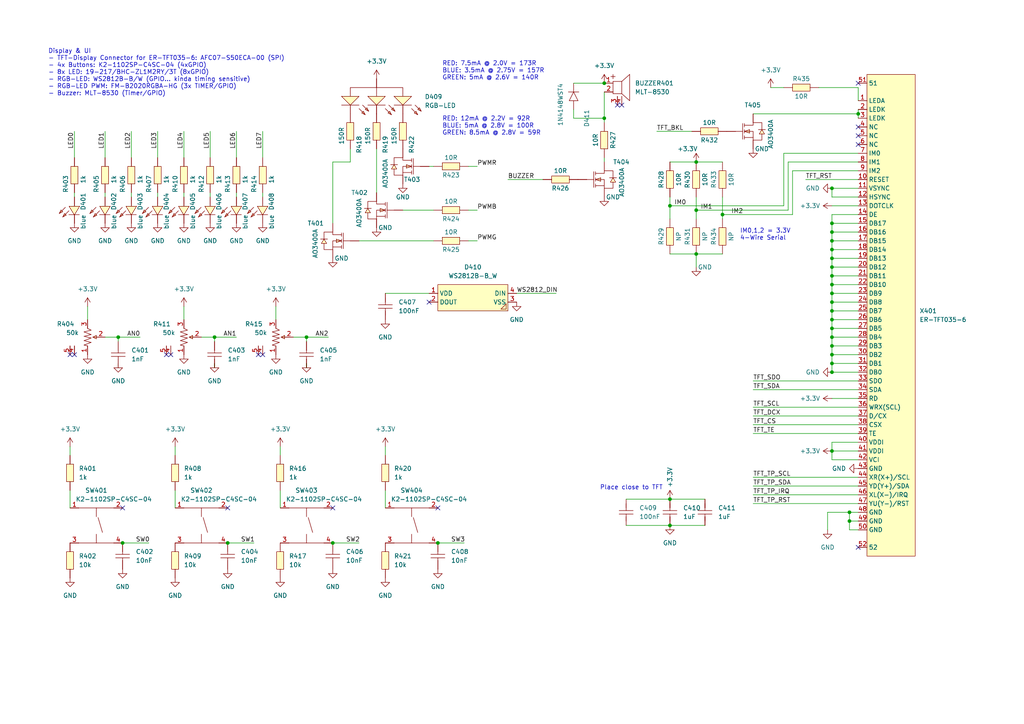
<source format=kicad_sch>
(kicad_sch (version 20211123) (generator eeschema)
  (paper "A4")
  (title_block (title "EduboardV2 Baseboard") (date "2022-06-05") (rev "1") (company "Juventus Technikerschule"))
  (junction (at 241.3 67.31))
  (junction (at 241.3 82.55))
  (junction (at 194.31 59.69))
  (junction (at 241.3 54.61))
  (junction (at 201.93 73.66))
  (junction (at 241.3 74.93))
  (junction (at 241.3 100.33))
  (junction (at 241.3 92.71))
  (junction (at 241.3 87.63))
  (junction (at 241.3 105.41))
  (junction (at 241.3 107.95))
  (junction (at 241.3 102.87))
  (junction (at 194.31 152.4))
  (junction (at 201.93 60.96))
  (junction (at 96.52 157.48))
  (junction (at 175.26 24.13))
  (junction (at 241.3 64.77))
  (junction (at 241.3 80.01))
  (junction (at 241.3 90.17))
  (junction (at 194.31 144.78))
  (junction (at 175.26 34.29))
  (junction (at 241.3 77.47))
  (junction (at 241.3 95.25))
  (junction (at 62.23 97.79))
  (junction (at 209.55 62.23))
  (junction (at 127 157.48))
  (junction (at 201.93 46.99))
  (junction (at 35.56 157.48))
  (junction (at 34.29 97.79))
  (junction (at 241.3 69.85))
  (junction (at 241.3 130.81))
  (junction (at 66.04 157.48))
  (junction (at 241.3 72.39))
  (junction (at 88.9 97.79))
  (junction (at 246.38 148.59))
  (junction (at 246.38 151.13))
  (junction (at 241.3 85.09))
  (junction (at 241.3 97.79))
  (junction (at 248.92 33.02))
  (no_connect (at 248.92 24.13))
  (no_connect (at 248.92 41.91))
  (no_connect (at 248.92 39.37))
  (no_connect (at 248.92 36.83))
  (no_connect (at 179.07 30.48))
  (no_connect (at 180.34 30.48))
  (no_connect (at 124.46 87.63))
  (no_connect (at 248.92 158.75))
  (no_connect (at 66.04 147.32))
  (no_connect (at 74.93 102.87))
  (no_connect (at 76.2 102.87))
  (no_connect (at 48.26 102.87))
  (no_connect (at 49.53 102.87))
  (no_connect (at 96.52 147.32))
  (no_connect (at 127 147.32))
  (no_connect (at 35.56 147.32))
  (no_connect (at 20.32 102.87))
  (no_connect (at 21.59 102.87))
  (wire (pts (xy 241.3 97.79) (xy 241.3 100.33)))
  (wire (pts (xy 175.26 34.29) (xy 175.26 35.56)))
  (wire (pts (xy 30.48 55.88) (xy 30.48 57.15)))
  (wire (pts (xy 218.44 125.73) (xy 248.92 125.73)))
  (wire (pts (xy 241.3 77.47) (xy 241.3 80.01)))
  (wire (pts (xy 248.92 62.23) (xy 241.3 62.23)))
  (wire (pts (xy 124.46 48.26) (xy 125.73 48.26)))
  (wire (pts (xy 111.76 85.09) (xy 124.46 85.09)))
  (wire (pts (xy 241.3 54.61) (xy 248.92 54.61)))
  (wire (pts (xy 223.52 25.4) (xy 227.33 25.4)))
  (wire (pts (xy 109.22 43.18) (xy 109.22 55.88)))
  (wire (pts (xy 229.87 49.53) (xy 229.87 62.23)))
  (wire (pts (xy 241.3 72.39) (xy 241.3 74.93)))
  (wire (pts (xy 62.23 97.79) (xy 68.58 97.79)))
  (wire (pts (xy 229.87 62.23) (xy 209.55 62.23)))
  (wire (pts (xy 30.48 97.79) (xy 34.29 97.79)))
  (wire (pts (xy 116.84 60.96) (xy 125.73 60.96)))
  (wire (pts (xy 85.09 97.79) (xy 88.9 97.79)))
  (wire (pts (xy 246.38 151.13) (xy 246.38 153.67)))
  (wire (pts (xy 81.28 129.54) (xy 81.28 132.08)))
  (wire (pts (xy 241.3 57.15) (xy 241.3 54.61)))
  (wire (pts (xy 194.31 46.99) (xy 201.93 46.99)))
  (wire (pts (xy 111.76 142.24) (xy 111.76 147.32)))
  (wire (pts (xy 53.34 38.1) (xy 53.34 45.72)))
  (wire (pts (xy 81.28 142.24) (xy 81.28 147.32)))
  (wire (pts (xy 201.93 73.66) (xy 201.93 77.47)))
  (wire (pts (xy 218.44 120.65) (xy 248.92 120.65)))
  (wire (pts (xy 248.92 25.4) (xy 248.92 29.21)))
  (wire (pts (xy 175.26 45.72) (xy 175.26 46.99)))
  (wire (pts (xy 218.44 113.03) (xy 248.92 113.03)))
  (wire (pts (xy 241.3 130.81) (xy 248.92 130.81)))
  (wire (pts (xy 241.3 77.47) (xy 248.92 77.47)))
  (wire (pts (xy 241.3 133.35) (xy 241.3 130.81)))
  (wire (pts (xy 241.3 82.55) (xy 241.3 85.09)))
  (wire (pts (xy 147.32 52.07) (xy 157.48 52.07)))
  (wire (pts (xy 241.3 85.09) (xy 241.3 87.63)))
  (wire (pts (xy 209.55 62.23) (xy 209.55 57.15)))
  (wire (pts (xy 175.26 26.67) (xy 175.26 34.29)))
  (wire (pts (xy 30.48 38.1) (xy 30.48 45.72)))
  (wire (pts (xy 218.44 146.05) (xy 248.92 146.05)))
  (wire (pts (xy 135.89 60.96) (xy 138.43 60.96)))
  (wire (pts (xy 248.92 148.59) (xy 246.38 148.59)))
  (wire (pts (xy 241.3 82.55) (xy 248.92 82.55)))
  (wire (pts (xy 241.3 100.33) (xy 241.3 102.87)))
  (wire (pts (xy 218.44 138.43) (xy 248.92 138.43)))
  (wire (pts (xy 248.92 128.27) (xy 241.3 128.27)))
  (wire (pts (xy 38.1 55.88) (xy 38.1 57.15)))
  (wire (pts (xy 45.72 55.88) (xy 45.72 57.15)))
  (wire (pts (xy 209.55 62.23) (xy 209.55 63.5)))
  (wire (pts (xy 218.44 33.02) (xy 248.92 33.02)))
  (wire (pts (xy 241.3 69.85) (xy 241.3 72.39)))
  (wire (pts (xy 88.9 97.79) (xy 95.25 97.79)))
  (wire (pts (xy 181.61 152.4) (xy 194.31 152.4)))
  (wire (pts (xy 241.3 87.63) (xy 241.3 90.17)))
  (wire (pts (xy 218.44 110.49) (xy 248.92 110.49)))
  (wire (pts (xy 60.96 55.88) (xy 60.96 57.15)))
  (wire (pts (xy 241.3 80.01) (xy 241.3 82.55)))
  (wire (pts (xy 248.92 57.15) (xy 241.3 57.15)))
  (wire (pts (xy 241.3 95.25) (xy 241.3 97.79)))
  (wire (pts (xy 248.92 33.02) (xy 248.92 34.29)))
  (wire (pts (xy 62.23 106.68) (xy 62.23 105.41)))
  (wire (pts (xy 228.6 46.99) (xy 248.92 46.99)))
  (wire (pts (xy 194.31 73.66) (xy 201.93 73.66)))
  (wire (pts (xy 240.03 148.59) (xy 240.03 153.67)))
  (wire (pts (xy 166.37 34.29) (xy 175.26 34.29)))
  (wire (pts (xy 68.58 55.88) (xy 68.58 57.15)))
  (wire (pts (xy 194.31 152.4) (xy 204.47 152.4)))
  (wire (pts (xy 50.8 129.54) (xy 50.8 132.08)))
  (wire (pts (xy 248.92 64.77) (xy 241.3 64.77)))
  (wire (pts (xy 241.3 107.95) (xy 248.92 107.95)))
  (wire (pts (xy 20.32 129.54) (xy 20.32 132.08)))
  (wire (pts (xy 96.52 46.99) (xy 101.6 46.99)))
  (wire (pts (xy 62.23 97.79) (xy 62.23 99.06)))
  (wire (pts (xy 218.44 123.19) (xy 248.92 123.19)))
  (wire (pts (xy 248.92 133.35) (xy 241.3 133.35)))
  (wire (pts (xy 248.92 44.45) (xy 227.33 44.45)))
  (wire (pts (xy 76.2 55.88) (xy 76.2 57.15)))
  (wire (pts (xy 241.3 100.33) (xy 248.92 100.33)))
  (wire (pts (xy 21.59 55.88) (xy 21.59 57.15)))
  (wire (pts (xy 248.92 153.67) (xy 246.38 153.67)))
  (wire (pts (xy 241.3 92.71) (xy 241.3 95.25)))
  (wire (pts (xy 246.38 151.13) (xy 246.38 148.59)))
  (wire (pts (xy 218.44 140.97) (xy 248.92 140.97)))
  (wire (pts (xy 127 157.48) (xy 134.62 157.48)))
  (wire (pts (xy 201.93 60.96) (xy 201.93 63.5)))
  (wire (pts (xy 228.6 60.96) (xy 228.6 46.99)))
  (wire (pts (xy 201.93 60.96) (xy 228.6 60.96)))
  (wire (pts (xy 45.72 45.72) (xy 45.72 38.1)))
  (wire (pts (xy 241.3 85.09) (xy 248.92 85.09)))
  (wire (pts (xy 241.3 72.39) (xy 248.92 72.39)))
  (wire (pts (xy 194.31 59.69) (xy 194.31 63.5)))
  (wire (pts (xy 241.3 59.69) (xy 248.92 59.69)))
  (wire (pts (xy 53.34 55.88) (xy 53.34 57.15)))
  (wire (pts (xy 25.4 92.71) (xy 25.4 88.9)))
  (wire (pts (xy 88.9 97.79) (xy 88.9 99.06)))
  (wire (pts (xy 53.34 92.71) (xy 53.34 88.9)))
  (wire (pts (xy 227.33 59.69) (xy 194.31 59.69)))
  (wire (pts (xy 241.3 74.93) (xy 241.3 77.47)))
  (wire (pts (xy 135.89 48.26) (xy 138.43 48.26)))
  (wire (pts (xy 241.3 95.25) (xy 248.92 95.25)))
  (wire (pts (xy 96.52 64.77) (xy 96.52 46.99)))
  (wire (pts (xy 149.86 85.09) (xy 161.29 85.09)))
  (wire (pts (xy 227.33 44.45) (xy 227.33 59.69)))
  (wire (pts (xy 233.68 52.07) (xy 248.92 52.07)))
  (wire (pts (xy 218.44 143.51) (xy 248.92 143.51)))
  (wire (pts (xy 241.3 90.17) (xy 248.92 90.17)))
  (wire (pts (xy 241.3 67.31) (xy 241.3 69.85)))
  (wire (pts (xy 194.31 144.78) (xy 204.47 144.78)))
  (wire (pts (xy 241.3 128.27) (xy 241.3 130.81)))
  (wire (pts (xy 35.56 157.48) (xy 43.18 157.48)))
  (wire (pts (xy 241.3 67.31) (xy 248.92 67.31)))
  (wire (pts (xy 201.93 57.15) (xy 201.93 60.96)))
  (wire (pts (xy 34.29 97.79) (xy 34.29 99.06)))
  (wire (pts (xy 135.89 69.85) (xy 138.43 69.85)))
  (wire (pts (xy 241.3 102.87) (xy 248.92 102.87)))
  (wire (pts (xy 38.1 38.1) (xy 38.1 45.72)))
  (wire (pts (xy 76.2 38.1) (xy 76.2 45.72)))
  (wire (pts (xy 246.38 148.59) (xy 240.03 148.59)))
  (wire (pts (xy 66.04 157.48) (xy 73.66 157.48)))
  (wire (pts (xy 241.3 90.17) (xy 241.3 92.71)))
  (wire (pts (xy 58.42 97.79) (xy 62.23 97.79)))
  (wire (pts (xy 241.3 64.77) (xy 241.3 67.31)))
  (wire (pts (xy 101.6 46.99) (xy 101.6 43.18)))
  (wire (pts (xy 241.3 92.71) (xy 248.92 92.71)))
  (wire (pts (xy 166.37 31.75) (xy 166.37 34.29)))
  (wire (pts (xy 248.92 49.53) (xy 229.87 49.53)))
  (wire (pts (xy 34.29 97.79) (xy 40.64 97.79)))
  (wire (pts (xy 241.3 105.41) (xy 248.92 105.41)))
  (wire (pts (xy 241.3 80.01) (xy 248.92 80.01)))
  (wire (pts (xy 241.3 69.85) (xy 248.92 69.85)))
  (wire (pts (xy 111.76 129.54) (xy 111.76 132.08)))
  (wire (pts (xy 201.93 46.99) (xy 209.55 46.99)))
  (wire (pts (xy 248.92 31.75) (xy 248.92 33.02)))
  (wire (pts (xy 104.14 69.85) (xy 125.73 69.85)))
  (wire (pts (xy 166.37 24.13) (xy 175.26 24.13)))
  (wire (pts (xy 60.96 38.1) (xy 60.96 45.72)))
  (wire (pts (xy 241.3 102.87) (xy 241.3 105.41)))
  (wire (pts (xy 181.61 144.78) (xy 194.31 144.78)))
  (wire (pts (xy 88.9 106.68) (xy 88.9 105.41)))
  (wire (pts (xy 68.58 38.1) (xy 68.58 45.72)))
  (wire (pts (xy 194.31 59.69) (xy 194.31 57.15)))
  (wire (pts (xy 248.92 151.13) (xy 246.38 151.13)))
  (wire (pts (xy 50.8 142.24) (xy 50.8 147.32)))
  (wire (pts (xy 241.3 115.57) (xy 248.92 115.57)))
  (wire (pts (xy 80.01 92.71) (xy 80.01 88.9)))
  (wire (pts (xy 96.52 157.48) (xy 104.14 157.48)))
  (wire (pts (xy 241.3 62.23) (xy 241.3 64.77)))
  (wire (pts (xy 201.93 73.66) (xy 209.55 73.66)))
  (wire (pts (xy 21.59 38.1) (xy 21.59 45.72)))
  (wire (pts (xy 190.5 38.1) (xy 200.66 38.1)))
  (wire (pts (xy 241.3 97.79) (xy 248.92 97.79)))
  (wire (pts (xy 20.32 142.24) (xy 20.32 147.32)))
  (wire (pts (xy 34.29 106.68) (xy 34.29 105.41)))
  (wire (pts (xy 237.49 25.4) (xy 248.92 25.4)))
  (wire (pts (xy 241.3 105.41) (xy 241.3 107.95)))
  (wire (pts (xy 218.44 118.11) (xy 248.92 118.11)))
  (wire (pts (xy 241.3 87.63) (xy 248.92 87.63)))
  (wire (pts (xy 241.3 74.93) (xy 248.92 74.93)))
  (text "Display & UI\n- TFT-Display Connector for ER-TFT035-6: AFC07-S50ECA-00 (SPI)\n- 4x Buttons: K2-1102SP-C4SC-04 (4xGPIO)\n- 8x LED: 19-217/BHC-ZL1M2RY/3T (8xGPIO)\n- RGB-LED: WS2812B-B/W (GPIO... kinda timing sensitive)\n- RGB-LED PWM: FM-B2020RGBA-HG (3x TIMER/GPIO)\n- Buzzer: MLT-8530 (Timer/GPIO)" (at 13.97 27.94 0) (effects (font (size 1.27 1.27)) (justify left bottom)))
  (text "RED: 7.5mA @ 2.0V = 173R\nBLUE: 3.5mA @ 2.75V = 157R\nGREEN: 5mA @ 2.6V = 140R\n\n" (at 128.27 25.4 0) (effects (font (size 1.27 1.27)) (justify left bottom)))
  (text "IM0,1,2 = 3.3V\n4-Wire Serial" (at 214.63 69.85 0) (effects (font (size 1.27 1.27)) (justify left bottom)))
  (text "Place close to TFT\n" (at 173.99 142.24 0) (effects (font (size 1.27 1.27)) (justify left bottom)))
  (text "RED: 12mA @ 2.2V = 92R\nBLUE: 5mA @ 2.8V = 100R\nGREEN: 8.5mA @ 2.8V = 59R\n" (at 128.27 39.37 0) (effects (font (size 1.27 1.27)) (justify left bottom)))
  (label "TFT_SDO" (at 218.44 110.49 0))
  (label "AN2" (at 91.44 97.79 0))
  (label "LED5" (at 60.96 43.18 90))
  (label "LED2" (at 38.1 43.18 90))
  (label "TFT_TP_SCL" (at 218.44 138.43 0))
  (label "TFT_TP_SDA" (at 218.44 140.97 0))
  (label "IM1" (at 203.2 60.96 0))
  (label "PWMB" (at 138.43 60.96 0))
  (label "PWMR" (at 138.43 48.26 0))
  (label "TFT_TP_IRQ" (at 218.44 143.51 0))
  (label "BUZZER" (at 147.32 52.07 0))
  (label "TFT_CS" (at 218.44 123.19 0))
  (label "IM0" (at 195.58 59.69 0))
  (label "WS2812_DIN" (at 149.86 85.09 0))
  (label "TFT_BKL" (at 190.5 38.1 0))
  (label "LED1" (at 30.48 43.18 90))
  (label "LED3" (at 45.72 43.18 90))
  (label "AN1" (at 64.77 97.79 0))
  (label "LED6" (at 68.58 43.18 90))
  (label "TFT_TP_RST" (at 218.44 146.05 0))
  (label "SW1" (at 69.85 157.48 0))
  (label "IM2" (at 212.09 62.23 0))
  (label "SW2" (at 100.33 157.48 0))
  (label "AN0" (at 36.83 97.79 0))
  (label "LED4" (at 53.34 43.18 90))
  (label "TFT_DCX" (at 218.44 120.65 0))
  (label "LED0" (at 21.59 43.18 90))
  (label "TFT_SCL" (at 218.44 118.11 0))
  (label "SW3" (at 130.81 157.48 0))
  (label "LED7" (at 76.2 43.18 90))
  (label "PWMG" (at 138.43 69.85 0))
  (label "TFT_TE" (at 218.44 125.73 0))
  (label "SW0" (at 39.37 157.48 0))
  (label "TFT_SDA" (at 218.44 113.03 0))
  (label "TFT_RST" (at 233.68 52.07 0))
  (symbol (lib_id "eduboardv2:CL05B103KB5NNNC") (at 127 161.29 90) (unit 1)
    (property "Reference" "C408" (at 130.81 160.0199 90) (effects (justify right)))
    (property "Value" "10nF" (at 130.81 162.5599 90) (effects (justify right)))
    (property "Footprint" "C0402" (effects hide))
    (property "Datasheet" "https://lcsc.com/product-detail/Multilayer-Ceramic-Capacitors-MLCC-SMD-SMT_SAMSUNG_CL05B103KB5NNNC_10nF-103-10-50V_C15195.html" (effects hide))
    (property "Manufacturer" "SAMSUNG" (effects hide))
    (property "LCSC Part" "C15195" (effects hide))
    (property "JLC Part" "Basic Part" (effects hide))
    (property "MPN" "CL05B103KB5NNNC" (effects hide))
  )
  (symbol (lib_id "eduboardv2:0402WGF100JTCE") (at 130.81 48.26 0) (unit 1)
    (property "Reference" "R423" (at 130.81 50.8 0))
    (property "Value" "10R" (at 130.81 45.72 0))
    (property "Footprint" "R0402" (effects hide))
    (property "Datasheet" "https://lcsc.com/product-detail/Chip-Resistor-Surface-Mount-UniOhm_10R-10R0-1_C25077.html" (effects hide))
    (property "Manufacturer" "UniOhm" (effects hide))
    (property "LCSC Part" "C25077" (effects hide))
    (property "JLC Part" "Basic Part" (effects hide))
    (property "MPN" "0402WGF100JTCE" (effects hide))
  )
  (symbol (lib_name "GND_26") (lib_id "eduboardv2:GND") (at 109.22 66.04 0) (unit 1)
    (property "Reference" "#PWR0429" (effects hide))
    (property "Value" "GND" (at 111.76 66.04 0))
  )
  (symbol (lib_name "GND_27") (lib_id "eduboardv2:GND") (at 96.52 74.93 0) (unit 1)
    (property "Reference" "#PWR0426" (effects hide))
    (property "Value" "GND" (at 99.06 74.93 0))
  )
  (symbol (lib_id "eduboardv2:0402WGF1500TCE") (at 101.6 38.1 90) (unit 1)
    (property "Reference" "R418" (at 104.14 39.37 0) (effects (justify right)))
    (property "Value" "150R" (at 99.06 36.83 0) (effects (justify right)))
    (property "Footprint" "R0402" (effects hide))
    (property "Datasheet" "https://lcsc.com/product-detail/Chip-Resistor-Surface-Mount-UniOhm_150R-1500-1_C25082.html" (effects hide))
    (property "Manufacturer" "UniOhm" (effects hide))
    (property "LCSC Part" "C25082" (effects hide))
    (property "JLC Part" "Basic Part" (effects hide))
    (property "MPN" "0402WGF1500TCE" (effects hide))
  )
  (symbol (lib_name "GND_30") (lib_id "eduboardv2:GND") (at 81.28 167.64 0) (unit 1)
    (property "Reference" "#PWR0424" (effects hide))
    (property "Value" "GND" (at 81.28 172.72 0))
  )
  (symbol (lib_name "GND_16") (lib_id "eduboardv2:GND") (at 21.59 64.77 0) (unit 1)
    (property "Reference" "#PWR0403" (effects hide))
    (property "Value" "GND" (at 21.59 69.85 0))
  )
  (symbol (lib_id "eduboardv2:CL05A105KA5NQNC") (at 194.31 148.59 90) (unit 1)
    (property "Reference" "C410" (at 198.12 147.3199 90) (effects (justify right)))
    (property "Value" "1uF" (at 198.12 149.8599 90) (effects (justify right)))
    (property "Footprint" "C0402" (effects hide))
    (property "Datasheet" "https://lcsc.com/product-detail/Multilayer-Ceramic-Capacitors-MLCC-SMD-SMT_SAMSUNG_CL05A105KA5NQNC_1uF-105-10-25V_C52923.html" (effects hide))
    (property "Manufacturer" "SAMSUNG" (effects hide))
    (property "LCSC Part" "C52923" (effects hide))
    (property "JLC Part" "Basic Part" (effects hide))
    (property "MPN" "CL05A105KA5NQNC" (effects hide))
  )
  (symbol (lib_id "eduboardv2:0402WGF100JTCE") (at 209.55 52.07 270) (unit 1)
    (property "Reference" "R433" (at 207.01 52.07 0))
    (property "Value" "10R" (at 212.09 52.07 0))
    (property "Footprint" "R0402" (effects hide))
    (property "Datasheet" "https://lcsc.com/product-detail/Chip-Resistor-Surface-Mount-UniOhm_10R-10R0-1_C25077.html" (effects hide))
    (property "Manufacturer" "UniOhm" (effects hide))
    (property "LCSC Part" "C25077" (effects hide))
    (property "JLC Part" "Basic Part" (effects hide))
    (property "MPN" "0402WGF100JTCE" (effects hide))
  )
  (symbol (lib_id "eduboardv2:0402WGF1001TCE") (at 38.1 50.8 90) (unit 1)
    (property "Reference" "R406" (at 35.56 50.8 0) (effects (justify right)))
    (property "Value" "1k" (at 40.64 50.8 0) (effects (justify right)))
    (property "Footprint" "R0402" (effects hide))
    (property "Datasheet" "https://lcsc.com/product-detail/Chip-Resistor-Surface-Mount-UniOhm_1KR-1001-1_C11702.html" (effects hide))
    (property "Manufacturer" "UniOhm" (effects hide))
    (property "LCSC Part" "C11702" (effects hide))
    (property "JLC Part" "Basic Part" (effects hide))
    (property "MPN" "0402WGF1001TCE" (effects hide))
  )
  (symbol (lib_name "GND_20") (lib_id "eduboardv2:GND") (at 60.96 64.77 0) (unit 1)
    (property "Reference" "#PWR0416" (effects hide))
    (property "Value" "GND" (at 60.96 69.85 0))
  )
  (symbol (lib_id "eduboardv2:K2-1102SP-C4SC-04") (at 27.94 152.4 0) (unit 1)
    (property "Reference" "SW401" (at 27.94 142.24 0))
    (property "Value" "K2-1102SP-C4SC-04" (at 33.02 144.78 0))
    (property "Footprint" "KEY-SMD_4P-L6.0-W6.0-P4.50-LS9.5-BL" (effects hide))
    (property "Datasheet" "https://lcsc.com/product-detail/Tactile-Switches_K2-1102SP-C4SW-04-SMD_C127509.html" (effects hide))
    (property "Manufacturer" "HRO" (effects hide))
    (property "LCSC Part" "C127509" (effects hide))
    (property "JLC Part" "Extended Part" (effects hide))
    (property "MPN" "K2-1102SP-C4SC-04" (effects hide))
  )
  (symbol (lib_id "eduboardv2:WS2812B-B_W") (at 137.16 87.63 0) (unit 1)
    (property "Reference" "D410" (at 137.16 77.47 0))
    (property "Value" "WS2812B-B_W" (at 137.16 80.01 0))
    (property "Footprint" "LED-SMD_4P-L5.0-W5.0-TL_WS2812B-B" (effects hide))
    (property "Manufacturer" "worldsemi" (effects hide))
    (property "LCSC Part" "C2761795" (effects hide))
    (property "JLC Part" "Extended Part" (effects hide))
    (property "MPN" "WS2812B-B/W" (effects hide))
  )
  (symbol (lib_id "eduboardv2:0402WGF1001TCE") (at 20.32 137.16 90) (unit 1)
    (property "Reference" "R401" (at 22.86 135.8899 90) (effects (justify right)))
    (property "Value" "1k" (at 22.86 138.4299 90) (effects (justify right)))
    (property "Footprint" "R0402" (effects hide))
    (property "Datasheet" "https://lcsc.com/product-detail/Chip-Resistor-Surface-Mount-UniOhm_1KR-1001-1_C11702.html" (effects hide))
    (property "Manufacturer" "UniOhm" (effects hide))
    (property "LCSC Part" "C11702" (effects hide))
    (property "JLC Part" "Basic Part" (effects hide))
    (property "MPN" "0402WGF1001TCE" (effects hide))
  )
  (symbol (lib_id "eduboardv2:0402WGF1500TCE") (at 116.84 38.1 90) (unit 1)
    (property "Reference" "R422" (at 119.38 39.37 0) (effects (justify right)))
    (property "Value" "150R" (at 114.3 36.83 0) (effects (justify right)))
    (property "Footprint" "R0402" (effects hide))
    (property "Datasheet" "https://lcsc.com/product-detail/Chip-Resistor-Surface-Mount-UniOhm_150R-1500-1_C25082.html" (effects hide))
    (property "Manufacturer" "UniOhm" (effects hide))
    (property "LCSC Part" "C25082" (effects hide))
    (property "JLC Part" "Basic Part" (effects hide))
    (property "MPN" "0402WGF1500TCE" (effects hide))
  )
  (symbol (lib_name "+3.3V_8") (lib_id "eduboardv2:+3.3V") (at 50.8 129.54 0) (unit 1)
    (property "Reference" "#PWR0411" (effects hide))
    (property "Value" "+3.3V" (at 50.8 124.46 0))
  )
  (symbol (lib_name "GND_23") (lib_id "eduboardv2:GND") (at 111.76 92.71 0) (unit 1)
    (property "Reference" "#PWR0430" (effects hide))
    (property "Value" "GND" (at 111.76 97.79 0))
  )
  (symbol (lib_id "eduboardv2:0402WGF1002TCE") (at 20.32 162.56 90) (unit 1)
    (property "Reference" "R402" (at 22.86 161.2899 90) (effects (justify right)))
    (property "Value" "10k" (at 22.86 163.8299 90) (effects (justify right)))
    (property "Footprint" "R0402" (effects hide))
    (property "Datasheet" "https://lcsc.com/product-detail/Chip-Resistor-Surface-Mount-UniOhm_10KR-1002-1_C25744.html" (effects hide))
    (property "Manufacturer" "UniOhm" (effects hide))
    (property "LCSC Part" "C25744" (effects hide))
    (property "JLC Part" "Basic Part" (effects hide))
    (property "MPN" "0402WGF1002TCE" (effects hide))
  )
  (symbol (lib_id "eduboardv2:CL05B104KB54PNC") (at 111.76 88.9 90) (unit 1)
    (property "Reference" "C407" (at 115.57 87.6299 90) (effects (justify right)))
    (property "Value" "100nF" (at 115.57 90.1699 90) (effects (justify right)))
    (property "Footprint" "C0402" (effects hide))
    (property "Datasheet" "https://lcsc.com/product-detail/Others_Samsung-Electro-Mechanics_CL05B104KB54PNC_Samsung-Electro-Mechanics-CL05B104KB54PNC_C307331.html" (effects hide))
    (property "Manufacturer" "Samsung Electro-Mechanics" (effects hide))
    (property "LCSC Part" "C307331" (effects hide))
    (property "JLC Part" "Basic Part" (effects hide))
    (property "MPN" "CL05B104KB54PNC" (effects hide))
  )
  (symbol (lib_name "GND_9") (lib_id "eduboardv2:GND") (at 35.56 165.1 0) (unit 1)
    (property "Reference" "#PWR0408" (effects hide))
    (property "Value" "GND" (at 35.56 170.18 0))
  )
  (symbol (lib_id "eduboardv2:19-217_BHC-ZL1M2RY_3T") (at 35.56 60.96 90) (unit 1)
    (property "Reference" "D403" (at 40.64 55.88 0) (effects (justify right)))
    (property "Value" "blue" (at 40.64 62.23 0) (effects (justify right)))
    (property "Footprint" "LED0603-R-RD_BLUE" (effects hide))
    (property "Datasheet" "https://lcsc.com/product-detail/Light-Emitting-Diodes-LED_0603-Blue-light_C72041.html" (effects hide))
    (property "Manufacturer" "EVERLIGHT" (effects hide))
    (property "LCSC Part" "C72041" (effects hide))
    (property "JLC Part" "Basic Part" (effects hide))
    (property "MPN" "19-217/BHC-ZL1M2RY/3T" (effects hide))
  )
  (symbol (lib_name "GND_32") (lib_id "eduboardv2:GND") (at 34.29 105.41 0) (unit 1)
    (property "Reference" "#PWR0407" (effects hide))
    (property "Value" "GND" (at 34.29 110.49 0))
  )
  (symbol (lib_name "GND_11") (lib_id "eduboardv2:GND") (at 66.04 165.1 0) (unit 1)
    (property "Reference" "#PWR0418" (effects hide))
    (property "Value" "GND" (at 66.04 170.18 0))
  )
  (symbol (lib_id "eduboardv2:CL05A105KA5NQNC") (at 204.47 148.59 90) (unit 1)
    (property "Reference" "C411" (at 208.28 147.3199 90) (effects (justify right)))
    (property "Value" "1uF" (at 208.28 149.8599 90) (effects (justify right)))
    (property "Footprint" "C0402" (effects hide))
    (property "Datasheet" "https://lcsc.com/product-detail/Multilayer-Ceramic-Capacitors-MLCC-SMD-SMT_SAMSUNG_CL05A105KA5NQNC_1uF-105-10-25V_C52923.html" (effects hide))
    (property "Manufacturer" "SAMSUNG" (effects hide))
    (property "LCSC Part" "C52923" (effects hide))
    (property "JLC Part" "Basic Part" (effects hide))
    (property "MPN" "CL05A105KA5NQNC" (effects hide))
  )
  (symbol (lib_name "GND_13") (lib_id "eduboardv2:GND") (at 45.72 64.77 0) (unit 1)
    (property "Reference" "#PWR0410" (effects hide))
    (property "Value" "GND" (at 45.72 69.85 0))
  )
  (symbol (lib_id "eduboardv2:K2-1102SP-C4SC-04") (at 58.42 152.4 0) (unit 1)
    (property "Reference" "SW402" (at 58.42 142.24 0))
    (property "Value" "K2-1102SP-C4SC-04" (at 63.5 144.78 0))
    (property "Footprint" "KEY-SMD_4P-L6.0-W6.0-P4.50-LS9.5-BL" (effects hide))
    (property "Datasheet" "https://lcsc.com/product-detail/Tactile-Switches_K2-1102SP-C4SW-04-SMD_C127509.html" (effects hide))
    (property "Manufacturer" "HRO" (effects hide))
    (property "LCSC Part" "C127509" (effects hide))
    (property "JLC Part" "Extended Part" (effects hide))
    (property "MPN" "K2-1102SP-C4SC-04" (effects hide))
  )
  (symbol (lib_name "+3.3V_9") (lib_id "eduboardv2:+3.3V") (at 20.32 129.54 0) (unit 1)
    (property "Reference" "#PWR0401" (effects hide))
    (property "Value" "+3.3V" (at 20.32 124.46 0))
  )
  (symbol (lib_name "+3.3V_7") (lib_id "eduboardv2:+3.3V") (at 175.26 24.13 0) (unit 1)
    (property "Reference" "#PWR0436" (effects hide))
    (property "Value" "+3.3V" (at 175.26 19.05 0))
  )
  (symbol (lib_id "eduboardv2:0402WGF1001TCE") (at 111.76 137.16 90) (unit 1)
    (property "Reference" "R420" (at 114.3 135.8899 90) (effects (justify right)))
    (property "Value" "1k" (at 114.3 138.4299 90) (effects (justify right)))
    (property "Footprint" "R0402" (effects hide))
    (property "Datasheet" "https://lcsc.com/product-detail/Chip-Resistor-Surface-Mount-UniOhm_1KR-1001-1_C11702.html" (effects hide))
    (property "Manufacturer" "UniOhm" (effects hide))
    (property "LCSC Part" "C11702" (effects hide))
    (property "JLC Part" "Basic Part" (effects hide))
    (property "MPN" "0402WGF1001TCE" (effects hide))
  )
  (symbol (lib_id "eduboardv2:K2-1102SP-C4SC-04") (at 88.9 152.4 0) (unit 1)
    (property "Reference" "SW403" (at 88.9 142.24 0))
    (property "Value" "K2-1102SP-C4SC-04" (at 93.98 144.78 0))
    (property "Footprint" "KEY-SMD_4P-L6.0-W6.0-P4.50-LS9.5-BL" (effects hide))
    (property "Datasheet" "https://lcsc.com/product-detail/Tactile-Switches_K2-1102SP-C4SW-04-SMD_C127509.html" (effects hide))
    (property "Manufacturer" "HRO" (effects hide))
    (property "LCSC Part" "C127509" (effects hide))
    (property "JLC Part" "Extended Part" (effects hide))
    (property "MPN" "K2-1102SP-C4SC-04" (effects hide))
  )
  (symbol (lib_id "eduboardv2:0402WGF100JTCE") (at 130.81 69.85 0) (unit 1)
    (property "Reference" "R425" (at 130.81 72.39 0))
    (property "Value" "10R" (at 130.81 67.31 0))
    (property "Footprint" "R0402" (effects hide))
    (property "Datasheet" "https://lcsc.com/product-detail/Chip-Resistor-Surface-Mount-UniOhm_10R-10R0-1_C25077.html" (effects hide))
    (property "Manufacturer" "UniOhm" (effects hide))
    (property "LCSC Part" "C25077" (effects hide))
    (property "JLC Part" "Basic Part" (effects hide))
    (property "MPN" "0402WGF100JTCE" (effects hide))
  )
  (symbol (lib_name "GND_17") (lib_id "eduboardv2:GND") (at 68.58 64.77 0) (unit 1)
    (property "Reference" "#PWR0419" (effects hide))
    (property "Value" "GND" (at 68.58 69.85 0))
  )
  (symbol (lib_id "eduboardv2:K2-1102SP-C4SC-04") (at 119.38 152.4 0) (unit 1)
    (property "Reference" "SW404" (at 119.38 142.24 0))
    (property "Value" "K2-1102SP-C4SC-04" (at 124.46 144.78 0))
    (property "Footprint" "KEY-SMD_4P-L6.0-W6.0-P4.50-LS9.5-BL" (effects hide))
    (property "Datasheet" "https://lcsc.com/product-detail/Tactile-Switches_K2-1102SP-C4SW-04-SMD_C127509.html" (effects hide))
    (property "Manufacturer" "HRO" (effects hide))
    (property "LCSC Part" "C127509" (effects hide))
    (property "JLC Part" "Extended Part" (effects hide))
    (property "MPN" "K2-1102SP-C4SC-04" (effects hide))
  )
  (symbol (lib_name "GND_10") (lib_id "eduboardv2:GND") (at 20.32 167.64 0) (unit 1)
    (property "Reference" "#PWR0402" (effects hide))
    (property "Value" "GND" (at 20.32 172.72 0))
  )
  (symbol (lib_name "GND_28") (lib_id "eduboardv2:GND") (at 111.76 167.64 0) (unit 1)
    (property "Reference" "#PWR0432" (effects hide))
    (property "Value" "GND" (at 111.76 172.72 0))
  )
  (symbol (lib_name "+3.3V_13") (lib_id "eduboardv2:+3.3V") (at 111.76 129.54 0) (unit 1)
    (property "Reference" "#PWR0431" (effects hide))
    (property "Value" "+3.3V" (at 111.76 124.46 0))
  )
  (symbol (lib_name "GND_4") (lib_id "eduboardv2:GND") (at 241.3 54.61 270) (unit 1)
    (property "Reference" "#PWR0445" (effects hide))
    (property "Value" "GND" (at 233.68 54.61 90) (effects (justify left)))
  )
  (symbol (lib_name "GND_1") (lib_id "eduboardv2:GND") (at 240.03 153.67 0) (unit 1)
    (property "Reference" "#PWR0444" (effects hide))
    (property "Value" "GND" (at 240.03 158.75 0))
  )
  (symbol (lib_name "+3.3V_11") (lib_id "eduboardv2:+3.3V") (at 109.22 22.86 0) (unit 1)
    (property "Reference" "#PWR0428" (effects hide))
    (property "Value" "+3.3V" (at 109.22 17.78 0))
  )
  (symbol (lib_id "eduboardv2:0402WGF1001TCE") (at 76.2 50.8 90) (unit 1)
    (property "Reference" "R414" (at 73.66 50.8 0) (effects (justify right)))
    (property "Value" "1k" (at 78.74 50.8 0) (effects (justify right)))
    (property "Footprint" "R0402" (effects hide))
    (property "Datasheet" "https://lcsc.com/product-detail/Chip-Resistor-Surface-Mount-UniOhm_1KR-1001-1_C11702.html" (effects hide))
    (property "Manufacturer" "UniOhm" (effects hide))
    (property "LCSC Part" "C11702" (effects hide))
    (property "JLC Part" "Basic Part" (effects hide))
    (property "MPN" "0402WGF1001TCE" (effects hide))
  )
  (symbol (lib_id "eduboardv2:0402WGF100JTCE") (at 194.31 52.07 270) (unit 1)
    (property "Reference" "R428" (at 191.77 52.07 0))
    (property "Value" "10R" (at 196.85 52.07 0))
    (property "Footprint" "R0402" (effects hide))
    (property "Datasheet" "https://lcsc.com/product-detail/Chip-Resistor-Surface-Mount-UniOhm_10R-10R0-1_C25077.html" (effects hide))
    (property "Manufacturer" "UniOhm" (effects hide))
    (property "LCSC Part" "C25077" (effects hide))
    (property "JLC Part" "Basic Part" (effects hide))
    (property "MPN" "0402WGF100JTCE" (effects hide))
  )
  (symbol (lib_name "+3.3V_2") (lib_id "eduboardv2:+3.3V") (at 241.3 59.69 90) (unit 1)
    (property "Reference" "#PWR0446" (effects hide))
    (property "Value" "+3.3V" (at 234.95 59.69 90))
  )
  (symbol (lib_id "eduboardv2:1N4148WST4") (at 166.37 27.94 270) (unit 1)
    (property "Reference" "D411" (at 170.18 31.75 0) (effects (justify left)))
    (property "Value" "1N4148WST4" (at 162.56 24.13 0) (effects (justify left)))
    (property "Footprint" "SOD-323_L1.8-W1.3-LS2.5-RD" (effects hide))
    (property "Datasheet" "https://lcsc.com/product-detail/Switching-Diode_1N4148WS-T4_C2128.html" (effects hide))
    (property "Manufacturer" "CJ" (effects hide))
    (property "LCSC Part" "C2128" (effects hide))
    (property "JLC Part" "Basic Part" (effects hide))
    (property "MPN" "1N4148WS T4" (effects hide))
  )
  (symbol (lib_id "eduboardv2:CL05B103KB5NNNC") (at 35.56 161.29 90) (unit 1)
    (property "Reference" "C402" (at 39.37 160.0199 90) (effects (justify right)))
    (property "Value" "10nF" (at 39.37 162.5599 90) (effects (justify right)))
    (property "Footprint" "C0402" (effects hide))
    (property "Datasheet" "https://lcsc.com/product-detail/Multilayer-Ceramic-Capacitors-MLCC-SMD-SMT_SAMSUNG_CL05B103KB5NNNC_10nF-103-10-50V_C15195.html" (effects hide))
    (property "Manufacturer" "SAMSUNG" (effects hide))
    (property "LCSC Part" "C15195" (effects hide))
    (property "JLC Part" "Basic Part" (effects hide))
    (property "MPN" "CL05B103KB5NNNC" (effects hide))
  )
  (symbol (lib_id "eduboardv2:0402WGF1001TCE") (at 68.58 50.8 90) (unit 1)
    (property "Reference" "R413" (at 66.04 50.8 0) (effects (justify right)))
    (property "Value" "1k" (at 71.12 50.8 0) (effects (justify right)))
    (property "Footprint" "R0402" (effects hide))
    (property "Datasheet" "https://lcsc.com/product-detail/Chip-Resistor-Surface-Mount-UniOhm_1KR-1001-1_C11702.html" (effects hide))
    (property "Manufacturer" "UniOhm" (effects hide))
    (property "LCSC Part" "C11702" (effects hide))
    (property "JLC Part" "Basic Part" (effects hide))
    (property "MPN" "0402WGF1001TCE" (effects hide))
  )
  (symbol (lib_id "eduboardv2:0402WGF100JTCE") (at 162.56 52.07 0) (unit 1)
    (property "Reference" "R426" (at 162.56 54.61 0))
    (property "Value" "10R" (at 162.56 49.53 0))
    (property "Footprint" "R0402" (effects hide))
    (property "Datasheet" "https://lcsc.com/product-detail/Chip-Resistor-Surface-Mount-UniOhm_10R-10R0-1_C25077.html" (effects hide))
    (property "Manufacturer" "UniOhm" (effects hide))
    (property "LCSC Part" "C25077" (effects hide))
    (property "JLC Part" "Basic Part" (effects hide))
    (property "MPN" "0402WGF100JTCE" (effects hide))
  )
  (symbol (lib_id "eduboardv2:19-217_BHC-ZL1M2RY_3T") (at 73.66 60.96 90) (unit 1)
    (property "Reference" "D408" (at 78.74 55.88 0) (effects (justify right)))
    (property "Value" "blue" (at 78.74 62.23 0) (effects (justify right)))
    (property "Footprint" "LED0603-R-RD_BLUE" (effects hide))
    (property "Datasheet" "https://lcsc.com/product-detail/Light-Emitting-Diodes-LED_0603-Blue-light_C72041.html" (effects hide))
    (property "Manufacturer" "EVERLIGHT" (effects hide))
    (property "LCSC Part" "C72041" (effects hide))
    (property "JLC Part" "Basic Part" (effects hide))
    (property "MPN" "19-217/BHC-ZL1M2RY/3T" (effects hide))
  )
  (symbol (lib_id "eduboardv2:RK09K1130ACL") (at 53.34 97.79 270) (unit 1)
    (property "Reference" "R411" (at 49.53 93.98 90) (effects (justify right)))
    (property "Value" "50k" (at 50.8 96.52 90) (effects (justify right)))
    (property "Footprint" "RES-TH_RK09K1130AAU" (effects hide))
    (property "Manufacturer" "ALPSALPINE(阿尔卑斯阿尔派)" (effects hide))
    (property "LCSC Part" "C470291" (effects hide))
    (property "MPN" "RK09K1130ACL" (effects hide))
  )
  (symbol (lib_name "GND_7") (lib_id "eduboardv2:GND") (at 218.44 43.18 0) (unit 1)
    (property "Reference" "#PWR0442" (effects hide))
    (property "Value" "GND" (at 220.98 43.18 0))
  )
  (symbol (lib_id "eduboardv2:19-217_BHC-ZL1M2RY_3T") (at 58.42 60.96 90) (unit 1)
    (property "Reference" "D406" (at 63.5 55.88 0) (effects (justify right)))
    (property "Value" "blue" (at 63.5 62.23 0) (effects (justify right)))
    (property "Footprint" "LED0603-R-RD_BLUE" (effects hide))
    (property "Datasheet" "https://lcsc.com/product-detail/Light-Emitting-Diodes-LED_0603-Blue-light_C72041.html" (effects hide))
    (property "Manufacturer" "EVERLIGHT" (effects hide))
    (property "LCSC Part" "C72041" (effects hide))
    (property "JLC Part" "Basic Part" (effects hide))
    (property "MPN" "19-217/BHC-ZL1M2RY/3T" (effects hide))
  )
  (symbol (lib_id "eduboardv2:0402WGF100JTCE") (at 232.41 25.4 180) (unit 1)
    (property "Reference" "R435" (at 232.41 22.86 0))
    (property "Value" "10R" (at 232.41 27.94 0))
    (property "Footprint" "R0402" (effects hide))
    (property "Datasheet" "https://lcsc.com/product-detail/Chip-Resistor-Surface-Mount-UniOhm_10R-10R0-1_C25077.html" (effects hide))
    (property "Manufacturer" "UniOhm" (effects hide))
    (property "LCSC Part" "C25077" (effects hide))
    (property "JLC Part" "Basic Part" (effects hide))
    (property "MPN" "0402WGF100JTCE" (effects hide))
  )
  (symbol (lib_id "eduboardv2:0402WGF1001TCE") (at 21.59 50.8 90) (unit 1)
    (property "Reference" "R403" (at 19.05 50.8 0) (effects (justify right)))
    (property "Value" "1k" (at 24.13 50.8 0) (effects (justify right)))
    (property "Footprint" "R0402" (effects hide))
    (property "Datasheet" "https://lcsc.com/product-detail/Chip-Resistor-Surface-Mount-UniOhm_1KR-1001-1_C11702.html" (effects hide))
    (property "Manufacturer" "UniOhm" (effects hide))
    (property "LCSC Part" "C11702" (effects hide))
    (property "JLC Part" "Basic Part" (effects hide))
    (property "MPN" "0402WGF1001TCE" (effects hide))
  )
  (symbol (lib_id "eduboardv2:0402WGF1001TCE") (at 30.48 50.8 90) (unit 1)
    (property "Reference" "R405" (at 27.94 50.8 0) (effects (justify right)))
    (property "Value" "1k" (at 33.02 50.8 0) (effects (justify right)))
    (property "Footprint" "R0402" (effects hide))
    (property "Datasheet" "https://lcsc.com/product-detail/Chip-Resistor-Surface-Mount-UniOhm_1KR-1001-1_C11702.html" (effects hide))
    (property "Manufacturer" "UniOhm" (effects hide))
    (property "LCSC Part" "C11702" (effects hide))
    (property "JLC Part" "Basic Part" (effects hide))
    (property "MPN" "0402WGF1001TCE" (effects hide))
  )
  (symbol (lib_id "eduboardv2:0402WGF1001TCE") (at 45.72 50.8 90) (unit 1)
    (property "Reference" "R407" (at 43.18 50.8 0) (effects (justify right)))
    (property "Value" "1k" (at 48.26 50.8 0) (effects (justify right)))
    (property "Footprint" "R0402" (effects hide))
    (property "Datasheet" "https://lcsc.com/product-detail/Chip-Resistor-Surface-Mount-UniOhm_1KR-1001-1_C11702.html" (effects hide))
    (property "Manufacturer" "UniOhm" (effects hide))
    (property "LCSC Part" "C11702" (effects hide))
    (property "JLC Part" "Basic Part" (effects hide))
    (property "MPN" "0402WGF1001TCE" (effects hide))
  )
  (symbol (lib_id "eduboardv2:19-217_BHC-ZL1M2RY_3T") (at 43.18 60.96 90) (unit 1)
    (property "Reference" "D404" (at 48.26 55.88 0) (effects (justify right)))
    (property "Value" "blue" (at 48.26 62.23 0) (effects (justify right)))
    (property "Footprint" "LED0603-R-RD_BLUE" (effects hide))
    (property "Datasheet" "https://lcsc.com/product-detail/Light-Emitting-Diodes-LED_0603-Blue-light_C72041.html" (effects hide))
    (property "Manufacturer" "EVERLIGHT" (effects hide))
    (property "LCSC Part" "C72041" (effects hide))
    (property "JLC Part" "Basic Part" (effects hide))
    (property "MPN" "19-217/BHC-ZL1M2RY/3T" (effects hide))
  )
  (symbol (lib_name "+3.3V_14") (lib_id "eduboardv2:+3.3V") (at 53.34 88.9 0) (unit 1)
    (property "Reference" "#PWR0414" (effects hide))
    (property "Value" "+3.3V" (at 53.34 83.82 0))
  )
  (symbol (lib_name "GND_6") (lib_id "eduboardv2:GND") (at 241.3 107.95 270) (unit 1)
    (property "Reference" "#PWR0447" (effects hide))
    (property "Value" "GND" (at 233.68 107.95 90) (effects (justify left)))
  )
  (symbol (lib_name "+3.3V_10") (lib_id "eduboardv2:+3.3V") (at 80.01 88.9 0) (unit 1)
    (property "Reference" "#PWR0421" (effects hide))
    (property "Value" "+3.3V" (at 80.01 83.82 0))
  )
  (symbol (lib_name "GND_19") (lib_id "eduboardv2:GND") (at 53.34 64.77 0) (unit 1)
    (property "Reference" "#PWR0413" (effects hide))
    (property "Value" "GND" (at 53.34 69.85 0))
  )
  (symbol (lib_id "eduboardv2:19-217_BHC-ZL1M2RY_3T") (at 19.05 60.96 90) (unit 1)
    (property "Reference" "D401" (at 24.13 55.88 0) (effects (justify right)))
    (property "Value" "blue" (at 24.13 62.23 0) (effects (justify right)))
    (property "Footprint" "LED0603-R-RD_BLUE" (effects hide))
    (property "Datasheet" "https://lcsc.com/product-detail/Light-Emitting-Diodes-LED_0603-Blue-light_C72041.html" (effects hide))
    (property "Manufacturer" "EVERLIGHT" (effects hide))
    (property "LCSC Part" "C72041" (effects hide))
    (property "JLC Part" "Basic Part" (effects hide))
    (property "MPN" "19-217/BHC-ZL1M2RY/3T" (effects hide))
  )
  (symbol (lib_id "eduboardv2:19-217_BHC-ZL1M2RY_3T") (at 50.8 60.96 90) (unit 1)
    (property "Reference" "D405" (at 55.88 55.88 0) (effects (justify right)))
    (property "Value" "blue" (at 55.88 62.23 0) (effects (justify right)))
    (property "Footprint" "LED0603-R-RD_BLUE" (effects hide))
    (property "Datasheet" "https://lcsc.com/product-detail/Light-Emitting-Diodes-LED_0603-Blue-light_C72041.html" (effects hide))
    (property "Manufacturer" "EVERLIGHT" (effects hide))
    (property "LCSC Part" "C72041" (effects hide))
    (property "JLC Part" "Basic Part" (effects hide))
    (property "MPN" "19-217/BHC-ZL1M2RY/3T" (effects hide))
  )
  (symbol (lib_id "eduboardv2:0402WGF1002TCE") (at 81.28 162.56 90) (unit 1)
    (property "Reference" "R417" (at 83.82 161.2899 90) (effects (justify right)))
    (property "Value" "10k" (at 83.82 163.8299 90) (effects (justify right)))
    (property "Footprint" "R0402" (effects hide))
    (property "Datasheet" "https://lcsc.com/product-detail/Chip-Resistor-Surface-Mount-UniOhm_10KR-1002-1_C25744.html" (effects hide))
    (property "Manufacturer" "UniOhm" (effects hide))
    (property "LCSC Part" "C25744" (effects hide))
    (property "JLC Part" "Basic Part" (effects hide))
    (property "MPN" "0402WGF1002TCE" (effects hide))
  )
  (symbol (lib_id "eduboardv2:MLT-8530") (at 179.07 25.4 0) (unit 1)
    (property "Reference" "BUZZER401" (at 184.15 24.1299 0) (effects (justify left)))
    (property "Value" "MLT-8530" (at 184.15 26.6699 0) (effects (justify left)))
    (property "Footprint" "BUZ-SMD_4P-L8.5-W8.5-P8.50-TL" (effects hide))
    (property "Datasheet" "https://lcsc.com/product-detail/Buzzers_MLT-8530_C94599.html" (effects hide))
    (property "Manufacturer" "HNDZ" (effects hide))
    (property "LCSC Part" "C94599" (effects hide))
    (property "JLC Part" "Extended Part" (effects hide))
    (property "MPN" "MLT-8530" (effects hide))
  )
  (symbol (lib_name "GND_31") (lib_id "eduboardv2:GND") (at 96.52 165.1 0) (unit 1)
    (property "Reference" "#PWR0427" (effects hide))
    (property "Value" "GND" (at 96.52 170.18 0))
  )
  (symbol (lib_name "GND_21") (lib_id "eduboardv2:GND") (at 80.01 102.87 0) (unit 1)
    (property "Reference" "#PWR0422" (effects hide))
    (property "Value" "GND" (at 80.01 107.95 0))
  )
  (symbol (lib_name "+3.3V_6") (lib_id "eduboardv2:+3.3V") (at 223.52 25.4 0) (unit 1)
    (property "Reference" "#PWR0443" (effects hide))
    (property "Value" "+3.3V" (at 223.52 20.32 0))
  )
  (symbol (lib_name "+3.3V_5") (lib_id "eduboardv2:+3.3V") (at 201.93 46.99 0) (unit 1)
    (property "Reference" "#PWR0440" (effects hide))
    (property "Value" "+3.3V" (at 199.39 43.18 0))
  )
  (symbol (lib_id "eduboardv2:0402B102K500NT") (at 34.29 102.87 90) (unit 1)
    (property "Reference" "C401" (at 38.1 101.5999 90) (effects (justify right)))
    (property "Value" "1nF" (at 38.1 104.1399 90) (effects (justify right)))
    (property "Footprint" "C0402" (effects hide))
    (property "Datasheet" "https://lcsc.com/product-detail/Multilayer-Ceramic-Capacitors-MLCC-SMD-SMT_1nF-102-10-50V_C1523.html" (effects hide))
    (property "Manufacturer" "FH" (effects hide))
    (property "LCSC Part" "C1523" (effects hide))
    (property "JLC Part" "Basic Part" (effects hide))
    (property "MPN" "0402B102K500NT" (effects hide))
  )
  (symbol (lib_name "+3.3V_4") (lib_id "eduboardv2:+3.3V") (at 241.3 115.57 90) (unit 1)
    (property "Reference" "#PWR0448" (effects hide))
    (property "Value" "+3.3V" (at 234.95 115.57 90))
  )
  (symbol (lib_name "GND_34") (lib_id "eduboardv2:GND") (at 62.23 105.41 0) (unit 1)
    (property "Reference" "#PWR0417" (effects hide))
    (property "Value" "GND" (at 62.23 110.49 0))
  )
  (symbol (lib_id "eduboardv2:0402WGF1002TCE") (at 111.76 162.56 90) (unit 1)
    (property "Reference" "R421" (at 114.3 161.2899 90) (effects (justify right)))
    (property "Value" "10k" (at 114.3 163.8299 90) (effects (justify right)))
    (property "Footprint" "R0402" (effects hide))
    (property "Datasheet" "https://lcsc.com/product-detail/Chip-Resistor-Surface-Mount-UniOhm_10KR-1002-1_C25744.html" (effects hide))
    (property "Manufacturer" "UniOhm" (effects hide))
    (property "LCSC Part" "C25744" (effects hide))
    (property "JLC Part" "Basic Part" (effects hide))
    (property "MPN" "0402WGF1002TCE" (effects hide))
  )
  (symbol (lib_id "eduboardv2:AO3400A") (at 111.76 60.96 0) (mirror y) (unit 1)
    (property "Reference" "T402" (at 106.68 55.88 0) (effects (justify left)))
    (property "Value" "AO3400A" (at 104.14 66.04 90) (effects (justify left)))
    (property "Footprint" "SOT-23-3_L2.9-W1.6-P1.90-LS2.8-BR" (effects hide))
    (property "Datasheet" "https://lcsc.com/product-detail/MOSFET_AOS_AO3400A_AO3400A_C20917.html" (effects hide))
    (property "Manufacturer" "AOS" (effects hide))
    (property "LCSC Part" "C20917" (effects hide))
    (property "JLC Part" "Basic Part" (effects hide))
    (property "MPN" "AO3400A" (effects hide))
  )
  (symbol (lib_id "eduboardv2:0402WGF1001TCE") (at 53.34 50.8 90) (unit 1)
    (property "Reference" "R410" (at 50.8 50.8 0) (effects (justify right)))
    (property "Value" "1k" (at 55.88 50.8 0) (effects (justify right)))
    (property "Footprint" "R0402" (effects hide))
    (property "Datasheet" "https://lcsc.com/product-detail/Chip-Resistor-Surface-Mount-UniOhm_1KR-1001-1_C11702.html" (effects hide))
    (property "Manufacturer" "UniOhm" (effects hide))
    (property "LCSC Part" "C11702" (effects hide))
    (property "JLC Part" "Basic Part" (effects hide))
    (property "MPN" "0402WGF1001TCE" (effects hide))
  )
  (symbol (lib_id "eduboardv2:0402WGF1001TCE") (at 81.28 137.16 90) (unit 1)
    (property "Reference" "R416" (at 83.82 135.8899 90) (effects (justify right)))
    (property "Value" "1k" (at 83.82 138.4299 90) (effects (justify right)))
    (property "Footprint" "R0402" (effects hide))
    (property "Datasheet" "https://lcsc.com/product-detail/Chip-Resistor-Surface-Mount-UniOhm_1KR-1001-1_C11702.html" (effects hide))
    (property "Manufacturer" "UniOhm" (effects hide))
    (property "LCSC Part" "C11702" (effects hide))
    (property "JLC Part" "Basic Part" (effects hide))
    (property "MPN" "0402WGF1001TCE" (effects hide))
  )
  (symbol (lib_id "eduboardv2:AO3400A") (at 215.9 38.1 0) (unit 1)
    (property "Reference" "T405" (at 215.9 30.48 0) (effects (justify left)))
    (property "Value" "AO3400A" (at 223.52 43.18 90) (effects (justify left)))
    (property "Footprint" "SOT-23-3_L2.9-W1.6-P1.90-LS2.8-BR" (effects hide))
    (property "Datasheet" "https://lcsc.com/product-detail/MOSFET_AOS_AO3400A_AO3400A_C20917.html" (effects hide))
    (property "Manufacturer" "AOS" (effects hide))
    (property "LCSC Part" "C20917" (effects hide))
    (property "JLC Part" "Basic Part" (effects hide))
    (property "MPN" "AO3400A" (effects hide))
  )
  (symbol (lib_id "eduboardv2:0402B102K500NT") (at 88.9 102.87 90) (unit 1)
    (property "Reference" "C405" (at 92.71 101.5999 90) (effects (justify right)))
    (property "Value" "1nF" (at 92.71 104.1399 90) (effects (justify right)))
    (property "Footprint" "C0402" (effects hide))
    (property "Datasheet" "https://lcsc.com/product-detail/Multilayer-Ceramic-Capacitors-MLCC-SMD-SMT_1nF-102-10-50V_C1523.html" (effects hide))
    (property "Manufacturer" "FH" (effects hide))
    (property "LCSC Part" "C1523" (effects hide))
    (property "JLC Part" "Basic Part" (effects hide))
    (property "MPN" "0402B102K500NT" (effects hide))
  )
  (symbol (lib_id "eduboardv2:ER-TFT035-6") (at 254 92.71 0) (unit 1)
    (property "Reference" "X401" (at 266.7 90.1699 0) (effects (justify left)))
    (property "Value" "ER-TFT035-6" (at 266.7 92.7099 0) (effects (justify left)))
    (property "Footprint" "FPC-SMD_AFC07-S50ECA-00" (effects hide))
    (property "Datasheet" "https://lcsc.com/product-detail/Others_JUSHUO-AFC07-S50ECA-00_C262650.html" (effects hide))
    (property "Manufacturer" "JUSHUO" (effects hide))
    (property "LCSC Part" "C262650" (effects hide))
    (property "JLC Part" "Extended Part" (effects hide))
    (property "MPN" "AFC07-S50ECA-00" (effects hide))
  )
  (symbol (lib_id "eduboardv2:RK09K1130ACL") (at 80.01 97.79 270) (unit 1)
    (property "Reference" "R415" (at 76.2 93.98 90) (effects (justify right)))
    (property "Value" "50k" (at 77.47 96.52 90) (effects (justify right)))
    (property "Footprint" "RES-TH_RK09K1130AAU" (effects hide))
    (property "Manufacturer" "ALPSALPINE(阿尔卑斯阿尔派)" (effects hide))
    (property "LCSC Part" "C470291" (effects hide))
    (property "MPN" "RK09K1130ACL" (effects hide))
  )
  (symbol (lib_id "eduboardv2:0402WGF100JTCE") (at 201.93 52.07 270) (unit 1)
    (property "Reference" "R430" (at 199.39 52.07 0))
    (property "Value" "10R" (at 204.47 52.07 0))
    (property "Footprint" "R0402" (effects hide))
    (property "Datasheet" "https://lcsc.com/product-detail/Chip-Resistor-Surface-Mount-UniOhm_10R-10R0-1_C25077.html" (effects hide))
    (property "Manufacturer" "UniOhm" (effects hide))
    (property "LCSC Part" "C25077" (effects hide))
    (property "JLC Part" "Basic Part" (effects hide))
    (property "MPN" "0402WGF100JTCE" (effects hide))
  )
  (symbol (lib_name "GND_15") (lib_id "eduboardv2:GND") (at 30.48 64.77 0) (unit 1)
    (property "Reference" "#PWR0406" (effects hide))
    (property "Value" "GND" (at 30.48 69.85 0))
  )
  (symbol (lib_id "eduboardv2:0402B102K500NT") (at 62.23 102.87 90) (unit 1)
    (property "Reference" "C403" (at 66.04 101.5999 90) (effects (justify right)))
    (property "Value" "1nF" (at 66.04 104.1399 90) (effects (justify right)))
    (property "Footprint" "C0402" (effects hide))
    (property "Datasheet" "https://lcsc.com/product-detail/Multilayer-Ceramic-Capacitors-MLCC-SMD-SMT_1nF-102-10-50V_C1523.html" (effects hide))
    (property "Manufacturer" "FH" (effects hide))
    (property "LCSC Part" "C1523" (effects hide))
    (property "JLC Part" "Basic Part" (effects hide))
    (property "MPN" "0402B102K500NT" (effects hide))
  )
  (symbol (lib_name "GND_18") (lib_id "eduboardv2:GND") (at 76.2 64.77 0) (unit 1)
    (property "Reference" "#PWR0420" (effects hide))
    (property "Value" "GND" (at 76.2 69.85 0))
  )
  (symbol (lib_id "eduboardv2:0402WGF1002TCE") (at 50.8 162.56 90) (unit 1)
    (property "Reference" "R409" (at 53.34 161.2899 90) (effects (justify right)))
    (property "Value" "10k" (at 53.34 163.8299 90) (effects (justify right)))
    (property "Footprint" "R0402" (effects hide))
    (property "Datasheet" "https://lcsc.com/product-detail/Chip-Resistor-Surface-Mount-UniOhm_10KR-1002-1_C25744.html" (effects hide))
    (property "Manufacturer" "UniOhm" (effects hide))
    (property "LCSC Part" "C25744" (effects hide))
    (property "JLC Part" "Basic Part" (effects hide))
    (property "MPN" "0402WGF1002TCE" (effects hide))
  )
  (symbol (lib_name "GND_24") (lib_id "eduboardv2:GND") (at 149.86 87.63 0) (unit 1)
    (property "Reference" "#PWR0435" (effects hide))
    (property "Value" "GND" (at 149.86 92.71 0))
  )
  (symbol (lib_id "eduboardv2:0402WGF100JTCE") (at 175.26 40.64 90) (unit 1)
    (property "Reference" "R427" (at 177.8 40.64 0))
    (property "Value" "10R" (at 172.72 40.64 0))
    (property "Footprint" "R0402" (effects hide))
    (property "Datasheet" "https://lcsc.com/product-detail/Chip-Resistor-Surface-Mount-UniOhm_10R-10R0-1_C25077.html" (effects hide))
    (property "Manufacturer" "UniOhm" (effects hide))
    (property "LCSC Part" "C25077" (effects hide))
    (property "JLC Part" "Basic Part" (effects hide))
    (property "MPN" "0402WGF100JTCE" (effects hide))
  )
  (symbol (lib_name "GND_2") (lib_id "eduboardv2:GND") (at 248.92 135.89 270) (unit 1)
    (property "Reference" "#PWR0450" (effects hide))
    (property "Value" "GND" (at 241.3 135.89 90) (effects (justify left)))
  )
  (symbol (lib_id "eduboardv2:0402WGF1001TCE") (at 50.8 137.16 90) (unit 1)
    (property "Reference" "R408" (at 53.34 135.8899 90) (effects (justify right)))
    (property "Value" "1k" (at 53.34 138.4299 90) (effects (justify right)))
    (property "Footprint" "R0402" (effects hide))
    (property "Datasheet" "https://lcsc.com/product-detail/Chip-Resistor-Surface-Mount-UniOhm_1KR-1001-1_C11702.html" (effects hide))
    (property "Manufacturer" "UniOhm" (effects hide))
    (property "LCSC Part" "C11702" (effects hide))
    (property "JLC Part" "Basic Part" (effects hide))
    (property "MPN" "0402WGF1001TCE" (effects hide))
  )
  (symbol (lib_name "GND_33") (lib_id "eduboardv2:GND") (at 25.4 102.87 0) (unit 1)
    (property "Reference" "#PWR0405" (effects hide))
    (property "Value" "GND" (at 25.4 107.95 0))
  )
  (symbol (lib_name "+3.3V_12") (lib_id "eduboardv2:+3.3V") (at 81.28 129.54 0) (unit 1)
    (property "Reference" "#PWR0423" (effects hide))
    (property "Value" "+3.3V" (at 81.28 124.46 0))
  )
  (symbol (lib_name "GND_22") (lib_id "eduboardv2:GND") (at 88.9 105.41 0) (unit 1)
    (property "Reference" "#PWR0425" (effects hide))
    (property "Value" "GND" (at 88.9 110.49 0))
  )
  (symbol (lib_id "eduboardv2:0402WGF100JTCE") (at 194.31 68.58 270) (unit 1) (in_bom no)
    (property "Reference" "R429" (at 191.77 68.58 0))
    (property "Value" "NP" (at 196.85 68.58 0))
    (property "Footprint" "R0402" (effects hide))
    (property "Datasheet" "https://lcsc.com/product-detail/Chip-Resistor-Surface-Mount-UniOhm_10R-10R0-1_C25077.html" (effects hide))
    (property "Manufacturer" "UniOhm" (effects hide))
    (property "LCSC Part" "C25077" (effects hide))
    (property "JLC Part" "Basic Part" (effects hide))
    (property "MPN" "0402WGF100JTCE" (effects hide))
  )
  (symbol (lib_name "GND_25") (lib_id "eduboardv2:GND") (at 116.84 53.34 0) (unit 1)
    (property "Reference" "#PWR0433" (effects hide))
    (property "Value" "GND" (at 116.84 57.15 0))
  )
  (symbol (lib_name "GND_12") (lib_id "eduboardv2:GND") (at 50.8 167.64 0) (unit 1)
    (property "Reference" "#PWR0412" (effects hide))
    (property "Value" "GND" (at 50.8 172.72 0))
  )
  (symbol (lib_id "eduboardv2:0402WGF100JTCE") (at 209.55 68.58 270) (unit 1) (in_bom no)
    (property "Reference" "R434" (at 207.01 68.58 0))
    (property "Value" "NP" (at 212.09 68.58 0))
    (property "Footprint" "R0402" (effects hide))
    (property "Datasheet" "https://lcsc.com/product-detail/Chip-Resistor-Surface-Mount-UniOhm_10R-10R0-1_C25077.html" (effects hide))
    (property "Manufacturer" "UniOhm" (effects hide))
    (property "LCSC Part" "C25077" (effects hide))
    (property "JLC Part" "Basic Part" (effects hide))
    (property "MPN" "0402WGF100JTCE" (effects hide))
  )
  (symbol (lib_id "eduboardv2:AO3400A") (at 99.06 69.85 0) (mirror y) (unit 1)
    (property "Reference" "T401" (at 93.98 64.77 0) (effects (justify left)))
    (property "Value" "AO3400A" (at 91.44 74.93 90) (effects (justify left)))
    (property "Footprint" "SOT-23-3_L2.9-W1.6-P1.90-LS2.8-BR" (effects hide))
    (property "Datasheet" "https://lcsc.com/product-detail/MOSFET_AOS_AO3400A_AO3400A_C20917.html" (effects hide))
    (property "Manufacturer" "AOS" (effects hide))
    (property "LCSC Part" "C20917" (effects hide))
    (property "JLC Part" "Basic Part" (effects hide))
    (property "MPN" "AO3400A" (effects hide))
  )
  (symbol (lib_id "eduboardv2:AO3400A") (at 172.72 52.07 0) (unit 1)
    (property "Reference" "T404" (at 177.8 46.99 0) (effects (justify left)))
    (property "Value" "AO3400A" (at 180.34 57.15 90) (effects (justify left)))
    (property "Footprint" "SOT-23-3_L2.9-W1.6-P1.90-LS2.8-BR" (effects hide))
    (property "Datasheet" "https://lcsc.com/product-detail/MOSFET_AOS_AO3400A_AO3400A_C20917.html" (effects hide))
    (property "Manufacturer" "AOS" (effects hide))
    (property "LCSC Part" "C20917" (effects hide))
    (property "JLC Part" "Basic Part" (effects hide))
    (property "MPN" "AO3400A" (effects hide))
  )
  (symbol (lib_name "+3.3V_1") (lib_id "eduboardv2:+3.3V") (at 194.31 144.78 0) (unit 1)
    (property "Reference" "#PWR0438" (effects hide))
    (property "Value" "+3.3V" (at 194.31 138.43 90))
  )
  (symbol (lib_id "eduboardv2:RK09K1130ACL") (at 25.4 97.79 270) (unit 1)
    (property "Reference" "R404" (at 21.59 93.98 90) (effects (justify right)))
    (property "Value" "50k" (at 22.86 96.52 90) (effects (justify right)))
    (property "Footprint" "RES-TH_RK09K1130AAU" (effects hide))
    (property "Manufacturer" "ALPSALPINE(阿尔卑斯阿尔派)" (effects hide))
    (property "LCSC Part" "C470291" (effects hide))
    (property "MPN" "RK09K1130ACL" (effects hide))
  )
  (symbol (lib_name "GND_8") (lib_id "eduboardv2:GND") (at 175.26 57.15 0) (unit 1)
    (property "Reference" "#PWR0437" (effects hide))
    (property "Value" "GND" (at 177.8 57.15 0))
  )
  (symbol (lib_id "eduboardv2:0402WGF100JTCE") (at 130.81 60.96 0) (unit 1)
    (property "Reference" "R424" (at 130.81 63.5 0))
    (property "Value" "10R" (at 130.81 58.42 0))
    (property "Footprint" "R0402" (effects hide))
    (property "Datasheet" "https://lcsc.com/product-detail/Chip-Resistor-Surface-Mount-UniOhm_10R-10R0-1_C25077.html" (effects hide))
    (property "Manufacturer" "UniOhm" (effects hide))
    (property "LCSC Part" "C25077" (effects hide))
    (property "JLC Part" "Basic Part" (effects hide))
    (property "MPN" "0402WGF100JTCE" (effects hide))
  )
  (symbol (lib_id "eduboardv2:0402WGF1001TCE") (at 60.96 50.8 90) (unit 1)
    (property "Reference" "R412" (at 58.42 50.8 0) (effects (justify right)))
    (property "Value" "1k" (at 63.5 50.8 0) (effects (justify right)))
    (property "Footprint" "R0402" (effects hide))
    (property "Datasheet" "https://lcsc.com/product-detail/Chip-Resistor-Surface-Mount-UniOhm_1KR-1001-1_C11702.html" (effects hide))
    (property "Manufacturer" "UniOhm" (effects hide))
    (property "LCSC Part" "C11702" (effects hide))
    (property "JLC Part" "Basic Part" (effects hide))
    (property "MPN" "0402WGF1001TCE" (effects hide))
  )
  (symbol (lib_name "GND_5") (lib_id "eduboardv2:GND") (at 201.93 77.47 0) (unit 1)
    (property "Reference" "#PWR0441" (effects hide))
    (property "Value" "GND" (at 204.47 77.47 0))
  )
  (symbol (lib_name "+3.3V_3") (lib_id "eduboardv2:+3.3V") (at 241.3 130.81 90) (unit 1)
    (property "Reference" "#PWR0449" (effects hide))
    (property "Value" "+3.3V" (at 234.95 130.81 90))
  )
  (symbol (lib_id "eduboardv2:0402WGF100JTCE") (at 201.93 68.58 270) (unit 1) (in_bom no)
    (property "Reference" "R431" (at 199.39 68.58 0))
    (property "Value" "NP" (at 204.47 68.58 0))
    (property "Footprint" "R0402" (effects hide))
    (property "Datasheet" "https://lcsc.com/product-detail/Chip-Resistor-Surface-Mount-UniOhm_10R-10R0-1_C25077.html" (effects hide))
    (property "Manufacturer" "UniOhm" (effects hide))
    (property "LCSC Part" "C25077" (effects hide))
    (property "JLC Part" "Basic Part" (effects hide))
    (property "MPN" "0402WGF100JTCE" (effects hide))
  )
  (symbol (lib_name "GND_3") (lib_id "eduboardv2:GND") (at 194.31 152.4 0) (unit 1)
    (property "Reference" "#PWR0439" (effects hide))
    (property "Value" "GND" (at 194.31 157.48 0))
  )
  (symbol (lib_id "eduboardv2:0402WGF1500TCE") (at 109.22 38.1 90) (unit 1)
    (property "Reference" "R419" (at 111.76 39.37 0) (effects (justify right)))
    (property "Value" "150R" (at 106.68 36.83 0) (effects (justify right)))
    (property "Footprint" "R0402" (effects hide))
    (property "Datasheet" "https://lcsc.com/product-detail/Chip-Resistor-Surface-Mount-UniOhm_150R-1500-1_C25082.html" (effects hide))
    (property "Manufacturer" "UniOhm" (effects hide))
    (property "LCSC Part" "C25082" (effects hide))
    (property "JLC Part" "Basic Part" (effects hide))
    (property "MPN" "0402WGF1500TCE" (effects hide))
  )
  (symbol (lib_id "eduboardv2:GND") (at 53.34 102.87 0) (unit 1)
    (property "Reference" "#PWR0415" (effects hide))
    (property "Value" "GND" (at 53.34 107.95 0))
  )
  (symbol (lib_id "eduboardv2:CL05B104KB54PNC") (at 181.61 148.59 90) (unit 1)
    (property "Reference" "C409" (at 185.42 147.3199 90) (effects (justify right)))
    (property "Value" "100nF" (at 185.42 149.8599 90) (effects (justify right)))
    (property "Footprint" "C0402" (effects hide))
    (property "Datasheet" "https://lcsc.com/product-detail/Others_Samsung-Electro-Mechanics_CL05B104KB54PNC_Samsung-Electro-Mechanics-CL05B104KB54PNC_C307331.html" (effects hide))
    (property "Manufacturer" "Samsung Electro-Mechanics" (effects hide))
    (property "LCSC Part" "C307331" (effects hide))
    (property "JLC Part" "Basic Part" (effects hide))
    (property "MPN" "CL05B104KB54PNC" (effects hide))
  )
  (symbol (lib_id "eduboardv2:19-217_BHC-ZL1M2RY_3T") (at 66.04 60.96 90) (unit 1)
    (property "Reference" "D407" (at 71.12 55.88 0) (effects (justify right)))
    (property "Value" "blue" (at 71.12 62.23 0) (effects (justify right)))
    (property "Footprint" "LED0603-R-RD_BLUE" (effects hide))
    (property "Datasheet" "https://lcsc.com/product-detail/Light-Emitting-Diodes-LED_0603-Blue-light_C72041.html" (effects hide))
    (property "Manufacturer" "EVERLIGHT" (effects hide))
    (property "LCSC Part" "C72041" (effects hide))
    (property "JLC Part" "Basic Part" (effects hide))
    (property "MPN" "19-217/BHC-ZL1M2RY/3T" (effects hide))
  )
  (symbol (lib_id "eduboardv2:FM-B2020RGBA-HG") (at 109.22 27.94 270) (unit 1)
    (property "Reference" "D409" (at 123.19 28.0669 90) (effects (justify left)))
    (property "Value" "RGB-LED" (at 123.19 30.6069 90) (effects (justify left)))
    (property "Footprint" "LED-SMD_FM-B2020RGBA-HG" (effects hide))
    (property "Datasheet" "https://lcsc.com/product-detail/Light-Emitting-Diodes-LED_FM-B2020RGBA-HG_C108793.html" (effects hide))
    (property "Manufacturer" "NATIONSTAR" (effects hide))
    (property "LCSC Part" "C108793" (effects hide))
    (property "JLC Part" "Extended Part" (effects hide))
    (property "MPN" "FM-B2020RGBA-HG" (effects hide))
  )
  (symbol (lib_id "eduboardv2:AO3400A") (at 119.38 48.26 0) (mirror y) (unit 1)
    (property "Reference" "T403" (at 121.92 52.07 0) (effects (justify left)))
    (property "Value" "AO3400A" (at 111.76 54.61 90) (effects (justify left)))
    (property "Footprint" "SOT-23-3_L2.9-W1.6-P1.90-LS2.8-BR" (effects hide))
    (property "Datasheet" "https://lcsc.com/product-detail/MOSFET_AOS_AO3400A_AO3400A_C20917.html" (effects hide))
    (property "Manufacturer" "AOS" (effects hide))
    (property "LCSC Part" "C20917" (effects hide))
    (property "JLC Part" "Basic Part" (effects hide))
    (property "MPN" "AO3400A" (effects hide))
  )
  (symbol (lib_name "GND_14") (lib_id "eduboardv2:GND") (at 38.1 64.77 0) (unit 1)
    (property "Reference" "#PWR0409" (effects hide))
    (property "Value" "GND" (at 38.1 69.85 0))
  )
  (symbol (lib_id "eduboardv2:CL05B103KB5NNNC") (at 96.52 161.29 90) (unit 1)
    (property "Reference" "C406" (at 100.33 160.0199 90) (effects (justify right)))
    (property "Value" "10nF" (at 100.33 162.5599 90) (effects (justify right)))
    (property "Footprint" "C0402" (effects hide))
    (property "Datasheet" "https://lcsc.com/product-detail/Multilayer-Ceramic-Capacitors-MLCC-SMD-SMT_SAMSUNG_CL05B103KB5NNNC_10nF-103-10-50V_C15195.html" (effects hide))
    (property "Manufacturer" "SAMSUNG" (effects hide))
    (property "LCSC Part" "C15195" (effects hide))
    (property "JLC Part" "Basic Part" (effects hide))
    (property "MPN" "CL05B103KB5NNNC" (effects hide))
  )
  (symbol (lib_id "eduboardv2:0402WGF100JTCE") (at 205.74 38.1 0) (unit 1)
    (property "Reference" "R432" (at 205.74 40.64 0))
    (property "Value" "10R" (at 205.74 35.56 0))
    (property "Footprint" "R0402" (effects hide))
    (property "Datasheet" "https://lcsc.com/product-detail/Chip-Resistor-Surface-Mount-UniOhm_10R-10R0-1_C25077.html" (effects hide))
    (property "Manufacturer" "UniOhm" (effects hide))
    (property "LCSC Part" "C25077" (effects hide))
    (property "JLC Part" "Basic Part" (effects hide))
    (property "MPN" "0402WGF100JTCE" (effects hide))
  )
  (symbol (lib_id "eduboardv2:+3.3V") (at 25.4 88.9 0) (unit 1)
    (property "Reference" "#PWR0404" (effects hide))
    (property "Value" "+3.3V" (at 25.4 83.82 0))
  )
  (symbol (lib_id "eduboardv2:CL05B103KB5NNNC") (at 66.04 161.29 90) (unit 1)
    (property "Reference" "C404" (at 69.85 160.0199 90) (effects (justify right)))
    (property "Value" "10nF" (at 69.85 162.5599 90) (effects (justify right)))
    (property "Footprint" "C0402" (effects hide))
    (property "Datasheet" "https://lcsc.com/product-detail/Multilayer-Ceramic-Capacitors-MLCC-SMD-SMT_SAMSUNG_CL05B103KB5NNNC_10nF-103-10-50V_C15195.html" (effects hide))
    (property "Manufacturer" "SAMSUNG" (effects hide))
    (property "LCSC Part" "C15195" (effects hide))
    (property "JLC Part" "Basic Part" (effects hide))
    (property "MPN" "CL05B103KB5NNNC" (effects hide))
  )
  (symbol (lib_name "GND_29") (lib_id "eduboardv2:GND") (at 127 165.1 0) (unit 1)
    (property "Reference" "#PWR0434" (effects hide))
    (property "Value" "GND" (at 127 170.18 0))
  )
  (symbol (lib_id "eduboardv2:19-217_BHC-ZL1M2RY_3T") (at 27.94 60.96 90) (unit 1)
    (property "Reference" "D402" (at 33.02 55.88 0) (effects (justify right)))
    (property "Value" "blue" (at 33.02 62.23 0) (effects (justify right)))
    (property "Footprint" "LED0603-R-RD_BLUE" (effects hide))
    (property "Datasheet" "https://lcsc.com/product-detail/Light-Emitting-Diodes-LED_0603-Blue-light_C72041.html" (effects hide))
    (property "Manufacturer" "EVERLIGHT" (effects hide))
    (property "LCSC Part" "C72041" (effects hide))
    (property "JLC Part" "Basic Part" (effects hide))
    (property "MPN" "19-217/BHC-ZL1M2RY/3T" (effects hide))
  )
)
</source>
